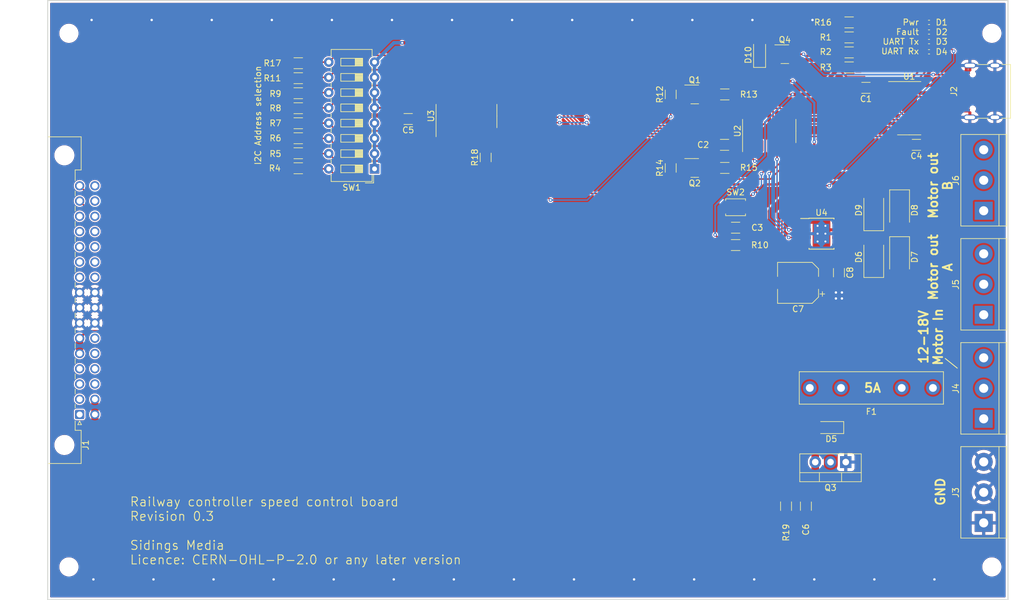
<source format=kicad_pcb>
(kicad_pcb (version 20211014) (generator pcbnew)
  (title_block (title "Speed Control Node") (date "2022-12-20") (rev "0.4") (company "Sidings Media") (comment 1 "Licence: CERN-OHL-P-2.0 or any later version"))
  (layers (0 "F.Cu" signal) (31 "B.Cu" signal) (34 "B.Paste" user) (35 "F.Paste" user) (36 "B.SilkS" user "B.Silkscreen") (37 "F.SilkS" user "F.Silkscreen") (38 "B.Mask" user) (39 "F.Mask" user) (44 "Edge.Cuts" user))
  (net 0 "")
  (net 1 "Net-(MK1-Pad1)")
  (net 2 "Net-(MK2-Pad1)")
  (net 3 "Net-(MK3-Pad1)")
  (net 4 "Net-(MK4-Pad1)")
  (net 5 "+5V")
  (net 6 "GND")
  (net 7 "/~{RESET}")
  (net 8 "Net-(C4-Pad1)")
  (net 9 "Net-(C6-Pad1)")
  (net 10 "VM")
  (net 11 "Net-(D1-Pad2)")
  (net 12 "/~{FAULT}")
  (net 13 "Net-(D2-Pad2)")
  (net 14 "/~{LED_UART_Tx}")
  (net 15 "Net-(D3-Pad2)")
  (net 16 "/~{LED_UART_Rx}")
  (net 17 "Net-(D4-Pad2)")
  (net 18 "Net-(D6-Pad2)")
  (net 19 "Net-(D8-Pad2)")
  (net 20 "Net-(D10-Pad2)")
  (net 21 "Net-(F1-Pad1)")
  (net 26 "+3V3")
  (net 32 "Net-(J1-Pada15)")
  (net 33 "Net-(J1-Pada16)")
  (net 44 "VBUS")
  (net 46 "/USB_D+")
  (net 47 "/USB_D-")
  (net 51 "/I2C_SCL")
  (net 52 "/I2C_SDA")
  (net 53 "Net-(R4-Pad1)")
  (net 54 "Net-(R5-Pad1)")
  (net 55 "Net-(R6-Pad1)")
  (net 56 "Net-(R7-Pad1)")
  (net 57 "Net-(R8-Pad1)")
  (net 58 "Net-(R9-Pad1)")
  (net 59 "Net-(R11-Pad1)")
  (net 60 "Net-(R17-Pad1)")
  (net 61 "/I2C Address Selection/~{INPUT_EN}")
  (net 62 "/UART_Tx")
  (net 63 "/UART_Rx")
  (net 68 "/I2C Address Selection/S1")
  (net 69 "/I2C Address Selection/S2")
  (net 70 "/Motor Driver/IN2")
  (net 71 "/I2C Address Selection/S0")
  (net 72 "/I2C Address Selection/OUT")
  (net 74 "/Motor Driver/IN1")
  (footprint "Mounting_Holes:MountingHole_2.7mm" (layer "F.Cu") (at 58.6 139.45)
    (fp_text reference "MK3" hide)
    (fp_text value "Mounting_Hole_PAD" hide)
  )
  (footprint "Mounting_Holes:MountingHole_2.7mm" (layer "F.Cu") (at 58.6 50.55)
    (fp_text reference "MK1" hide)
    (fp_text value "Mounting_Hole_PAD" hide)
  )
  (footprint "Mounting_Holes:MountingHole_2.7mm" (layer "F.Cu") (at 212.24 50.55)
    (fp_text reference "MK2" hide)
    (fp_text value "Mounting_Hole_PAD" hide)
  )
  (footprint "Mounting_Holes:MountingHole_2.7mm" (layer "F.Cu") (at 212.24 139.45)
    (fp_text reference "MK4" hide)
    (fp_text value "Mounting_Hole_PAD" hide)
  )
  (footprint "Fuse:Fuseholder_Littelfuse_445_030_series_5x20mm" (layer "F.Cu") (at 202.43 109.63 180)
    (fp_text reference "F1")
    (fp_text value "5A")
  )
  (footprint "Resistor_SMD:R_1206_3216Metric_Pad1.30x1.75mm_HandSolder" (layer "F.Cu") (at 188.48 51.23)
    (fp_text reference "R1")
    (fp_text value "330R")
  )
  (footprint "Resistor_SMD:R_1206_3216Metric_Pad1.30x1.75mm_HandSolder" (layer "F.Cu") (at 96.78 63.03 180)
    (fp_text reference "R8")
    (fp_text value "1K")
  )
  (footprint "Package_TO_SOT_THT:TO-220-3_Vertical" (layer "F.Cu") (at 187.92 121.985 180)
    (fp_text reference "Q3")
    (fp_text value "BT138-800")
  )
  (footprint "Package_SO:SOIC-14_3.9x8.7mm_P1.27mm" (layer "F.Cu") (at 198.48 63.03)
    (fp_text reference "U1")
    (fp_text value "MCP2221AxSL")
  )
  (footprint "Capacitor_SMD:C_1206_3216Metric_Pad1.33x1.80mm_HandSolder" (layer "F.Cu") (at 199.68 69.13 180)
    (fp_text reference "C4")
    (fp_text value "1uF")
  )
  (footprint "TerminalBlock:TerminalBlock_bornier-3_P5.08mm" (layer "F.Cu") (at 210.88 114.7775 90)
    (fp_text reference "J4")
    (fp_text value "Screw_Terminal_01x03")
  )
  (footprint "Capacitor_SMD:C_1206_3216Metric_Pad1.33x1.80mm_HandSolder" (layer "F.Cu") (at 115.08 64.83 180)
    (fp_text reference "C5")
    (fp_text value "0.1uF")
  )
  (footprint "Resistor_SMD:R_1206_3216Metric_Pad1.30x1.75mm_HandSolder" (layer "F.Cu") (at 188.48 53.73)
    (fp_text reference "R2")
    (fp_text value "330R")
  )
  (footprint "Diode_SMD:D_SOD-123F" (layer "F.Cu") (at 185.38 116.23 180)
    (fp_text reference "D5")
    (fp_text value "18V")
  )
  (footprint "Connector_DIN:DIN41612_B2_2x16_Male_Horizontal_THT" (layer "F.Cu") (at 60.385 114.055 90)
    (fp_text reference "J1")
    (fp_text value "DIN41612_02x16_AB")
  )
  (footprint "Capacitor_SMD:C_1206_3216Metric_Pad1.33x1.80mm_HandSolder" (layer "F.Cu") (at 167.7425 69.13 180)
    (fp_text reference "C2")
    (fp_text value "0.1uF")
  )
  (footprint "Resistor_SMD:R_1206_3216Metric_Pad1.30x1.75mm_HandSolder" (layer "F.Cu") (at 96.78 70.53 180)
    (fp_text reference "R5")
    (fp_text value "1K")
  )
  (footprint "TerminalBlock:TerminalBlock_bornier-3_P5.08mm" (layer "F.Cu") (at 210.88 97.445 90)
    (fp_text reference "J5")
    (fp_text value "Screw_Terminal_01x03")
  )
  (footprint "Capacitor_SMD:C_0402_1005Metric_Pad0.74x0.62mm_HandSolder" (layer "F.Cu") (at 201.78 51.93 180)
    (fp_text reference "D3")
    (fp_text value "LED")
  )
  (footprint "Capacitor_SMD:C_1206_3216Metric_Pad1.33x1.80mm_HandSolder" (layer "F.Cu") (at 181.28 129.33 -90)
    (fp_text reference "C6")
    (fp_text value "47n")
  )
  (footprint "Package_SO:SOIC-14_3.9x8.7mm_P1.27mm" (layer "F.Cu") (at 175.18 66.83 90)
    (fp_text reference "U2")
    (fp_text value "ATtiny84A-P")
  )
  (footprint "Diode_SMD:D_SMA" (layer "F.Cu") (at 192.58 80.03 90)
    (fp_text reference "D9")
    (fp_text value "US1M")
  )
  (footprint "Capacitor_SMD:C_0402_1005Metric_Pad0.74x0.62mm_HandSolder" (layer "F.Cu") (at 201.78 48.73 180)
    (fp_text reference "D1")
    (fp_text value "LED")
  )
  (footprint "Resistor_SMD:R_1206_3216Metric_Pad1.30x1.75mm_HandSolder" (layer "F.Cu") (at 96.78 60.53 180)
    (fp_text reference "R9")
    (fp_text value "1K")
  )
  (footprint "Diode_SMD:D_SMA" (layer "F.Cu") (at 196.88 80.03 -90)
    (fp_text reference "D8")
    (fp_text value "US1M")
  )
  (footprint "Package_TO_SOT_SMD:SOT-23" (layer "F.Cu") (at 162.78 72.98)
    (fp_text reference "Q2")
    (fp_text value "BSS138")
  )
  (footprint "Resistor_SMD:R_1206_3216Metric_Pad1.30x1.75mm_HandSolder" (layer "F.Cu") (at 188.48 48.73)
    (fp_text reference "R16")
    (fp_text value "330R")
  )
  (footprint "Resistor_SMD:R_1206_3216Metric_Pad1.30x1.75mm_HandSolder" (layer "F.Cu") (at 96.78 58.03 180)
    (fp_text reference "R11")
    (fp_text value "1K")
  )
  (footprint "Capacitor_SMD:C_0402_1005Metric_Pad0.74x0.62mm_HandSolder" (layer "F.Cu") (at 201.78 53.63 180)
    (fp_text reference "D4")
    (fp_text value "LED")
  )
  (footprint "TerminalBlock:TerminalBlock_bornier-3_P5.08mm" (layer "F.Cu") (at 210.88 80.1125 90)
    (fp_text reference "J6")
    (fp_text value "Screw_Terminal_01x03")
  )
  (footprint "Resistor_SMD:R_1206_3216Metric_Pad1.30x1.75mm_HandSolder" (layer "F.Cu") (at 158.78 72.98 90)
    (fp_text reference "R14")
    (fp_text value "10K")
  )
  (footprint "Package_SO:Texas_HTSOP-8-1EP_3.9x4.9mm_P1.27mm_EP2.95x4.9mm_Mask2.4x3.1mm_ThermalVias" (layer "F.Cu") (at 183.88 83.93)
    (fp_text reference "U4")
    (fp_text value "DRV8872DDA")
  )
  (footprint "Capacitor_SMD:C_0402_1005Metric_Pad0.74x0.62mm_HandSolder" (layer "F.Cu") (at 201.78 50.33 180)
    (fp_text reference "D2")
    (fp_text value "LED")
  )
  (footprint "TerminalBlock:TerminalBlock_bornier-3_P5.08mm" (layer "F.Cu") (at 210.88 132.11 90)
    (fp_text reference "J3")
    (fp_text value "Screw_Terminal_01x03")
  )
  (footprint "Resistor_SMD:R_1206_3216Metric_Pad1.30x1.75mm_HandSolder" (layer "F.Cu") (at 158.78 60.73 90)
    (fp_text reference "R12")
    (fp_text value "10K")
  )
  (footprint "Diode_SMD:D_SMA" (layer "F.Cu") (at 192.58 87.83 90)
    (fp_text reference "D6")
    (fp_text value "US1M")
  )
  (footprint "Capacitor_SMD:C_1206_3216Metric_Pad1.33x1.80mm_HandSolder" (layer "F.Cu") (at 169.58 82.93 180)
    (fp_text reference "C3")
    (fp_text value "0.1uF")
  )
  (footprint "Resistor_SMD:R_1206_3216Metric_Pad1.30x1.75mm_HandSolder" (layer "F.Cu") (at 96.78 68.03 180)
    (fp_text reference "R6")
    (fp_text value "1K")
  )
  (footprint "Button_Switch_THT:SW_DIP_SPSTx08_Slide_6.7x21.88mm_W7.62mm_P2.54mm_LowProfile" (layer "F.Cu") (at 109.48 73.13 180)
    (fp_text reference "SW1")
    (fp_text value "SW_DIP_x08")
  )
  (footprint "Button_Switch_SMD:SW_SPST_B3U-1000P" (layer "F.Cu") (at 169.58 79.53)
    (fp_text reference "SW2")
    (fp_text value "SW_Push")
  )
  (footprint "Resistor_SMD:R_1206_3216Metric_Pad1.30x1.75mm_HandSolder" (layer "F.Cu") (at 167.78 72.98)
    (fp_text reference "R15")
    (fp_text value "10K")
  )
  (footprint "Resistor_SMD:R_1206_3216Metric_Pad1.30x1.75mm_HandSolder" (layer "F.Cu") (at 96.78 55.53 180)
    (fp_text reference "R17")
    (fp_text value "1K")
  )
  (footprint "Resistor_SMD:R_1206_3216Metric_Pad1.30x1.75mm_HandSolder" (layer "F.Cu") (at 96.78 65.53 180)
    (fp_text reference "R7")
    (fp_text value "1K")
  )
  (footprint "Capacitor_SMD:C_1206_3216Metric_Pad1.33x1.80mm_HandSolder" (layer "F.Cu") (at 191.28 59.63 180)
    (fp_text reference "C1")
    (fp_text value "0.1u")
  )
  (footprint "Diode_SMD:D_SMA" (layer "F.Cu") (at 196.88 87.83 -90)
    (fp_text reference "D7")
    (fp_text value "US1M")
  )
  (footprint "Diode_SMD:D_SOD-123F" (layer "F.Cu") (at 173.58 54.03 90)
    (fp_text reference "D10")
    (fp_text value "MBR1020VL")
  )
  (footprint "Package_TO_SOT_SMD:SOT-23" (layer "F.Cu") (at 177.78 54.03)
    (fp_text reference "Q4")
    (fp_text value "DMG2305UX")
  )
  (footprint "Resistor_SMD:R_1206_3216Metric_Pad1.30x1.75mm_HandSolder" (layer "F.Cu") (at 127.98 71.23 90)
    (fp_text reference "R18")
    (fp_text value "1K")
  )
  (footprint "Resistor_SMD:R_1206_3216Metric_Pad1.30x1.75mm_HandSolder" (layer "F.Cu") (at 96.78 73.03 180)
    (fp_text reference "R4")
    (fp_text value "1K")
  )
  (footprint "Resistor_SMD:R_1206_3216Metric_Pad1.30x1.75mm_HandSolder" (layer "F.Cu") (at 188.48 56.23)
    (fp_text reference "R3")
    (fp_text value "330R")
  )
  (footprint "Resistor_SMD:R_1206_3216Metric_Pad1.30x1.75mm_HandSolder" (layer "F.Cu") (at 177.98 129.33 -90)
    (fp_text reference "R19")
    (fp_text value "1K")
  )
  (footprint "Resistor_SMD:R_1206_3216Metric_Pad1.30x1.75mm_HandSolder" (layer "F.Cu") (at 167.78 60.73)
    (fp_text reference "R13")
    (fp_text value "10K")
  )
  (footprint "Connector_USB:USB_C_Receptacle_Palconn_UTC16-G" (layer "F.Cu") (at 210.505 60.23 90)
    (fp_text reference "J2")
    (fp_text value "USB_C_Receptacle_USB2.0")
  )
  (footprint "Package_TO_SOT_SMD:SOT-23" (layer "F.Cu") (at 162.78 60.73)
    (fp_text reference "Q1")
    (fp_text value "BSS138")
  )
  (footprint "Resistor_SMD:R_1206_3216Metric_Pad1.30x1.75mm_HandSolder" (layer "F.Cu") (at 169.58 85.83)
    (fp_text reference "R10")
    (fp_text value "4.7K")
  )
  (footprint "Capacitor_SMD:C_1206_3216Metric_Pad1.33x1.80mm_HandSolder" (layer "F.Cu") (at 186.78 90.43 -90)
    (fp_text reference "C8")
    (fp_text value "0.1uF")
  )
  (footprint "Package_SO:SOIC-16_3.9x9.9mm_P1.27mm" (layer "F.Cu") (at 124.78 64.33 90)
    (fp_text reference "U3")
    (fp_text value "74151")
  )
  (footprint "Capacitor_SMD:CP_Elec_6.3x5.7" (layer "F.Cu") (at 179.98 92.13 180)
    (fp_text reference "C7")
    (fp_text value "47u")
  )
  (gr_line (start 204.48 104.73) (end 206.48 106.33) (layer "F.SilkS") (width 0.15))
  (gr_line locked (start 214.925 45.075) (end 55.075 45.075) (layer "Edge.Cuts") (width 0.15))
  (gr_line locked (start 214.925 144.925) (end 214.925 45.075) (layer "Edge.Cuts") (width 0.15))
  (gr_line locked (start 55.075 144.925) (end 214.925 144.925) (layer "Edge.Cuts") (width 0.15))
  (gr_line locked (start 55.075 45.075) (end 55.075 144.925) (layer "Edge.Cuts") (width 0.15))
  (gr_text "Railway controller speed control board\nRevision 0.3\n\nSidings Media\nLicence: CERN-OHL-P-2.0 or any later version" (at 68.68 133.43) (layer "F.SilkS") (effects (font (size 1.5 1.5)) (justify left)))
  (gr_text "Motor out\nB" (at 203.68 75.93 90) (layer "F.SilkS") (effects (font (size 1.5 1.5) (thickness 0.3))))
  (gr_text "Motor out\nA" (at 203.68 89.53 90) (layer "F.SilkS") (effects (font (size 1.5 1.5) (thickness 0.3))))
  (gr_text "GND" (at 203.68 126.93 90) (layer "F.SilkS") (effects (font (size 1.5 1.5) (thickness 0.3))))
  (gr_text "5A" (at 192.38 109.63) (layer "F.SilkS") (effects (font (size 1.5 1.5) (thickness 0.3))))
  (gr_text "12-18V\nMotor In" (at 202.08 101.13 90) (layer "F.SilkS") (effects (font (size 1.5 1.5) (thickness 0.3))))
  (gr_text "I2C Address selection" (at 90.08 64.23 90) (layer "F.SilkS") (effects (font (size 1 1))))
  (gr_text "Pwr\nFault\nUART Tx\nUART Rx" (at 200.18 51.13) (layer "F.SilkS") (effects (font (size 1 1)) (justify right)))
  (segment (start 126.08 56.73) (end 127.38 55.43) (width 0.2) (layer "F.Cu") (net 5))
  (segment (start 186.93 56.68) (end 188.08 57.83) (width 0.3) (layer "F.Cu") (net 5))
  (segment (start 182.43 60.73) (end 179.08 60.73) (width 0.6) (layer "F.Cu") (net 5))
  (segment (start 125.965698 62.915698) (end 126.08 62.801396) (width 0.2) (layer "F.Cu") (net 5))
  (segment (start 179.08 60.73) (end 182.43 60.73) (width 0.3) (layer "F.Cu") (net 5))
  (segment (start 176.8425 54.98) (end 185.68 54.98) (width 0.6) (layer "F.Cu") (net 5))
  (segment (start 171.195 69.13) (end 171.37 69.305) (width 0.3) (layer "F.Cu") (net 5))
  (segment (start 169.33 71.345) (end 171.37 69.305) (width 0.3) (layer "F.Cu") (net 5))
  (segment (start 176.3925 55.43) (end 176.8425 54.98) (width 0.6) (layer "F.Cu") (net 5))
  (segment (start 185.68 54.98) (end 186.93 56.23) (width 0.6) (layer "F.Cu") (net 5))
  (segment (start 172.78 71.83) (end 171.37 70.42) (width 0.3) (layer "F.Cu") (net 5))
  (segment (start 186.93 48.73) (end 186.93 56.23) (width 0.3) (layer "F.Cu") (net 5))
  (segment (start 191.0425 57.83) (end 192.8425 59.63) (width 0.3) (layer "F.Cu") (net 5))
  (segment (start 125.351396 63.53) (end 125.965698 62.915698) (width 0.2) (layer "F.Cu") (net 5))
  (segment (start 109.48 62.97) (end 119.22 62.97) (width 0.3) (layer "F.Cu") (net 5))
  (segment (start 126.08 62.801396) (end 126.08 56.73) (width 0.2) (layer "F.Cu") (net 5))
  (segment (start 124.815 69.615) (end 124.815 64.066396) (width 0.2) (layer "F.Cu") (net 5))
  (segment (start 168.03 85.83) (end 167.88 85.83) (width 0.3) (layer "F.Cu") (net 5))
  (segment (start 127.38 55.43) (end 123.08 55.43) (width 0.6) (layer "F.Cu") (net 5))
  (segment (start 117.36 64.83) (end 120.335 61.855) (width 0.3) (layer "F.Cu") (net 5))
  (segment (start 186.93 56.23) (end 182.43 60.73) (width 0.6) (layer "F.Cu") (net 5))
  (segment (start 120.335 61.855) (end 120.335 62.196396) (width 0.2) (layer "F.Cu") (net 5))
  (segment (start 186.93 56.23) (end 186.93 56.68) (width 0.3) (layer "F.Cu") (net 5))
  (segment (start 173.58 55.43) (end 176.3925 55.43) (width 0.6) (layer "F.Cu") (net 5))
  (segment (start 121.668604 63.53) (end 125.351396 63.53) (width 0.2) (layer "F.Cu") (net 5))
  (segment (start 167.88 85.83) (end 166.18 84.13) (width 0.3) (layer "F.Cu") (net 5))
  (segment (start 127.98 72.78) (end 124.815 69.615) (width 0.2) (layer "F.Cu") (net 5))
  (segment (start 120.335 62.196396) (end 121.668604 63.53) (width 0.2) (layer "F.Cu") (net 5))
  (segment (start 120.115 61.478249) (end 120.115 61.855) (width 0.25) (layer "F.Cu") (net 5))
  (segment (start 116.6425 64.83) (end 117.36 64.83) (width 0.3) (layer "F.Cu") (net 5))
  (segment (start 119.78 52.13) (end 114.08 52.13) (width 0.6) (layer "F.Cu") (net 5))
  (segment (start 193.2525 59.22) (end 192.8425 59.63) (width 0.3) (layer "F.Cu") (net 5))
  (segment (start 119.22 62.97) (end 120.335 61.855) (width 0.3) (layer "F.Cu") (net 5))
  (segment (start 124.815 64.066396) (end 125.965698 62.915698) (width 0.2) (layer "F.Cu") (net 5))
  (segment (start 171.37 70.42) (end 171.37 69.305) (width 0.3) (layer "F.Cu") (net 5))
  (segment (start 196.005 59.22) (end 193.2525 59.22) (width 0.3) (layer "F.Cu") (net 5))
  (segment (start 173.58 55.43) (end 127.38 55.43) (width 0.6) (layer "F.Cu") (net 5))
  (segment (start 169.33 72.98) (end 169.33 71.345) (width 0.3) (layer "F.Cu") (net 5))
  (segment (start 188.08 57.83) (end 191.0425 57.83) (width 0.3) (layer "F.Cu") (net 5))
  (segment (start 123.08 55.43) (end 119.78 52.13) (width 0.6) (layer "F.Cu") (net 5))
  (segment (start 169.33 60.73) (end 179.08 60.73) (width 0.3) (layer "F.Cu") (net 5))
  (segment (start 169.305 69.13) (end 171.195 69.13) (width 0.3) (layer "F.Cu") (net 5))
  (via (at 166.18 84.13) (size 0.6) (drill 0.3) (layers "F.Cu" "B.Cu") (net 5))
  (via (at 114.08 52.13) (size 0.6) (drill 0.3) (layers "F.Cu" "B.Cu") (net 5))
  (via (at 172.78 71.83) (size 0.6) (drill 0.3) (layers "F.Cu" "B.Cu") (net 5))
  (via (at 179.08 60.73) (size 0.6) (drill 0.3) (layers "F.Cu" "B.Cu") (net 5))
  (segment (start 173.58 71.83) (end 166.18 79.23) (width 0.3) (layer "B.Cu") (net 5))
  (segment (start 109.48 68.05) (end 109.48 70.59) (width 0.6) (layer "B.Cu") (net 5))
  (segment (start 114.08 52.13) (end 112.7 52.13) (width 0.6) (layer "B.Cu") (net 5))
  (segment (start 112.7 52.13) (end 109.48 55.35) (width 0.6) (layer "B.Cu") (net 5))
  (segment (start 173.58 71.83) (end 172.78 71.83) (width 0.3) (layer "B.Cu") (net 5))
  (segment (start 109.48 55.35) (end 109.48 57.89) (width 0.6) (layer "B.Cu") (net 5))
  (segment (start 109.48 57.89) (end 109.48 60.43) (width 0.6) (layer "B.Cu") (net 5))
  (segment (start 179.08 60.73) (end 174.48 65.33) (width 0.3) (layer "B.Cu") (net 5))
  (segment (start 174.48 70.93) (end 173.58 71.83) (width 0.3) (layer "B.Cu") (net 5))
  (segment (start 109.48 65.51) (end 109.48 68.05) (width 0.6) (layer "B.Cu") (net 5))
  (segment (start 109.48 70.59) (end 109.48 73.13) (width 0.6) (layer "B.Cu") (net 5))
  (segment (start 174.48 65.33) (end 174.48 70.93) (width 0.3) (layer "B.Cu") (net 5))
  (segment (start 109.48 62.97) (end 109.48 65.51) (width 0.6) (layer "B.Cu") (net 5))
  (segment (start 109.48 60.43) (end 109.48 62.97) (width 0.6) (layer "B.Cu") (net 5))
  (segment (start 166.18 79.23) (end 166.18 84.13) (width 0.3) (layer "B.Cu") (net 5))
  (via (at 122.68 141.53) (size 0.8) (drill 0.4) (layers "F.Cu" "B.Cu") (net 6))
  (via (at 186.28 94.73) (size 0.8) (drill 0.4) (layers "F.Cu" "B.Cu") (net 6))
  (via (at 172.68 141.53) (size 0.8) (drill 0.4) (layers "F.Cu" "B.Cu") (net 6))
  (via (at 122.38 48.33) (size 0.8) (drill 0.4) (layers "F.Cu" "B.Cu") (net 6))
  (via (at 152.38 48.33) (size 0.8) (drill 0.4) (layers "F.Cu" "B.Cu") (net 6))
  (via (at 162.38 48.33) (size 0.8) (drill 0.4) (layers "F.Cu" "B.Cu") (net 6))
  (via (at 186.28 93.73) (size 0.8) (drill 0.4) (layers "F.Cu" "B.Cu") (net 6))
  (via (at 187.28 94.73) (size 0.8) (drill 0.4) (layers "F.Cu" "B.Cu") (net 6))
  (via (at 182.68 141.53) (size 0.8) (drill 0.4) (layers "F.Cu" "B.Cu") (net 6))
  (via (at 172.38 48.33) (size 0.8) (drill 0.4) (layers "F.Cu" "B.Cu") (net 6))
  (via (at 202.68 141.53) (size 0.8) (drill 0.4) (layers "F.Cu" "B.Cu") (net 6))
  (via (at 82.68 141.53) (size 0.8) (drill 0.4) (layers "F.Cu" "B.Cu") (net 6))
  (via (at 142.38 48.33) (size 0.8) (drill 0.4) (layers "F.Cu" "B.Cu") (net 6))
  (via (at 142.68 141.53) (size 0.8) (drill 0.4) (layers "F.Cu" "B.Cu") (net 6))
  (via (at 182.38 48.33) (size 0.8) (drill 0.4) (layers "F.Cu" "B.Cu") (net 6))
  (via (at 187.28 93.73) (size 0.8) (drill 0.4) (layers "F.Cu" "B.Cu") (net 6))
  (via (at 92.38 48.33) (size 0.8) (drill 0.4) (layers "F.Cu" "B.Cu") (net 6))
  (via (at 102.38 48.33) (size 0.8) (drill 0.4) (layers "F.Cu" "B.Cu") (net 6))
  (via (at 62.68 141.53) (size 0.8) (drill 0.4) (layers "F.Cu" "B.Cu") (net 6))
  (via (at 82.38 48.33) (size 0.8) (drill 0.4) (layers "F.Cu" "B.Cu") (net 6))
  (via (at 112.68 141.53) (size 0.8) (drill 0.4) (layers "F.Cu" "B.Cu") (net 6))
  (via (at 132.68 141.53) (size 0.8) (drill 0.4) (layers "F.Cu" "B.Cu") (net 6))
  (via (at 92.68 141.53) (size 0.8) (drill 0.4) (layers "F.Cu" "B.Cu") (net 6))
  (via (at 62.38 48.33) (size 0.8) (drill 0.4) (layers "F.Cu" "B.Cu") (net 6))
  (via (at 112.38 48.33) (size 0.8) (drill 0.4) (layers "F.Cu" "B.Cu") (net 6))
  (via (at 152.68 141.53) (size 0.8) (drill 0.4) (layers "F.Cu" "B.Cu") (net 6))
  (via (at 72.38 48.33) (size 0.8) (drill 0.4) (layers "F.Cu" "B.Cu") (net 6))
  (via (at 132.38 48.33) (size 0.8) (drill 0.4) (layers "F.Cu" "B.Cu") (net 6))
  (via (at 162.68 141.53) (size 0.8) (drill 0.4) (layers "F.Cu" "B.Cu") (net 6))
  (via (at 102.68 141.53) (size 0.8) (drill 0.4) (layers "F.Cu" "B.Cu") (net 6))
  (via (at 72.68 141.53) (size 0.8) (drill 0.4) (layers "F.Cu" "B.Cu") (net 6))
  (via (at 192.68 141.53) (size 0.8) (drill 0.4) (layers "F.Cu" "B.Cu") (net 6))
  (segment (start 171.28 82.7925) (end 171.1425 82.93) (width 0.25) (layer "F.Cu") (net 7))
  (segment (start 196.005 63.03) (end 196.381751 63.03) (width 0.25) (layer "F.Cu") (net 7))
  (segment (start 171.1425 82.93) (end 171.1425 85.8175) (width 0.25) (layer "F.Cu") (net 7))
  (segment (start 175.18 72.63) (end 175.18 69.305) (width 0.25) (layer "F.Cu") (net 7))
  (segment (start 197.78 64.428249) (end 197.78 66.83) (width 0.25) (layer "F.Cu") (net 7))
  (segment (start 173.88 73.93) (end 175.18 72.63) (width 0.25) (layer "F.Cu") (net 7))
  (segment (start 175.78 67.73) (end 175.18 68.33) (width 0.25) (layer "F.Cu") (net 7))
  (segment (start 172.38 77.33) (end 171.28 78.43) (width 0.25) (layer "F.Cu") (net 7))
  (segment (start 197.78 66.83) (end 196.88 67.73) (width 0.25) (layer "F.Cu") (net 7))
  (segment (start 171.28 79.53) (end 171.28 82.7925) (width 0.25) (layer "F.Cu") (net 7))
  (segment (start 171.28 78.43) (end 171.28 79.53) (width 0.25) (layer "F.Cu") (net 7))
  (segment (start 196.88 67.73) (end 175.78 67.73) (width 0.25) (layer "F.Cu") (net 7))
  (segment (start 172.48 77.33) (end 172.38 77.33) (width 0.25) (layer "F.Cu") (net 7))
  (segment (start 175.18 68.33) (end 175.18 69.305) (width 0.25) (layer "F.Cu") (net 7))
  (segment (start 196.381751 63.03) (end 197.78 64.428249) (width 0.25) (layer "F.Cu") (net 7))
  (segment (start 171.1425 85.8175) (end 171.13 85.83) (width 0.25) (layer "F.Cu") (net 7))
  (via (at 172.48 77.33) (size 0.6) (drill 0.3) (layers "F.Cu" "B.Cu") (net 7))
  (via (at 173.88 73.93) (size 0.6) (drill 0.3) (layers "F.Cu" "B.Cu") (net 7))
  (segment (start 173.88 75.93) (end 172.48 77.33) (width 0.25) (layer "B.Cu") (net 7))
  (segment (start 173.88 73.93) (end 173.88 75.93) (width 0.25) (layer "B.Cu") (net 7))
  (segment (start 201.443474 63.03) (end 202.334 63.920526) (width 0.3) (layer "F.Cu") (net 8))
  (segment (start 202.334 68.0385) (end 201.2425 69.13) (width 0.3) (layer "F.Cu") (net 8))
  (segment (start 200.955 63.03) (end 201.443474 63.03) (width 0.3) (layer "F.Cu") (net 8))
  (segment (start 202.334 63.920526) (end 202.334 68.0385) (width 0.3) (layer "F.Cu") (net 8))
  (segment (start 182.84 126.2075) (end 181.28 127.7675) (width 1.27) (layer "F.Cu") (net 9))
  (segment (start 182.84 119.27) (end 182.84 121.985) (width 1.27) (layer "F.Cu") (net 9))
  (segment (start 183.98 118.13) (end 182.84 119.27) (width 1.27) (layer "F.Cu") (net 9))
  (segment (start 177.9925 127.7675) (end 177.98 127.78) (width 1.27) (layer "F.Cu") (net 9))
  (segment (start 182.84 121.985) (end 182.84 126.2075) (width 1.27) (layer "F.Cu") (net 9))
  (segment (start 181.28 127.7675) (end 177.9925 127.7675) (width 1.27) (layer "F.Cu") (net 9))
  (segment (start 183.98 116.23) (end 183.98 118.13) (width 1.27) (layer "F.Cu") (net 9))
  (segment (start 181.58 74.23) (end 193.08 74.23) (width 1.27) (layer "F.Cu") (net 10))
  (segment (start 175.58 86.562736) (end 175.58 80.23) (width 1.27) (layer "F.Cu") (net 10))
  (segment (start 182.68 92.13) (end 181.147264 92.13) (width 1.27) (layer "F.Cu") (net 10))
  (segment (start 181.147264 92.13) (end 175.58 86.562736) (width 1.27) (layer "F.Cu") (net 10))
  (segment (start 182.68 92.13) (end 183.5175 92.13) (width 1.27) (layer "F.Cu") (net 10))
  (segment (start 175.58 80.23) (end 181.58 74.23) (width 1.27) (layer "F.Cu") (net 10))
  (segment (start 193.08 74.23) (end 196.88 78.03) (width 1.27) (layer "F.Cu") (net 10))
  (segment (start 189.98 48.73) (end 201.2125 48.73) (width 0.25) (layer "F.Cu") (net 11))
  (segment (start 202.68 50.33) (end 202.3475 50.33) (width 0.25) (layer "F.Cu") (net 12))
  (segment (start 178.085 85.835) (end 177.28 85.03) (width 0.25) (layer "F.Cu") (net 12))
  (segment (start 183.18 75.93) (end 185.18 75.93) (width 0.25) (layer "F.Cu") (net 12))
  (segment (start 205.88 53.53) (end 202.68 50.33) (width 0.25) (layer "F.Cu") (net 12))
  (segment (start 177.28 85.03) (end 177.28 81.83) (width 0.25) (layer "F.Cu") (net 12))
  (segment (start 177.28 81.83) (end 183.18 75.93) (width 0.25) (layer "F.Cu") (net 12))
  (segment (start 181.005 85.835) (end 178.085 85.835) (width 0.25) (layer "F.Cu") (net 12))
  (via (at 205.88 53.53) (size 0.6) (drill 0.3) (layers "F.Cu" "B.Cu") (net 12))
  (via (at 185.18 75.93) (size 0.6) (drill 0.3) (layers "F.Cu" "B.Cu") (net 12))
  (segment (start 185.18 75.93) (end 205.88 55.23) (width 0.25) (layer "B.Cu") (net 12))
  (segment (start 205.88 55.23) (end 205.88 53.53) (width 0.25) (layer "B.Cu") (net 12))
  (segment (start 190.03 51.23) (end 200.3125 51.23) (width 0.25) (layer "F.Cu") (net 13))
  (segment (start 200.3125 51.23) (end 201.2125 50.33) (width 0.25) (layer "F.Cu") (net 13))
  (segment (start 196.381751 61.76) (end 203.04 55.101751) (width 0.25) (layer "F.Cu") (net 14))
  (segment (start 196.005 61.76) (end 196.381751 61.76) (width 0.25) (layer "F.Cu") (net 14))
  (segment (start 203.04 55.101751) (end 203.04 52.6225) (width 0.25) (layer "F.Cu") (net 14))
  (segment (start 203.04 52.6225) (end 202.3475 51.93) (width 0.25) (layer "F.Cu") (net 14))
  (segment (start 190.03 53.73) (end 199.4125 53.73) (width 0.25) (layer "F.Cu") (net 15))
  (segment (start 199.4125 53.73) (end 201.2125 51.93) (width 0.25) (layer "F.Cu") (net 15))
  (segment (start 196.458119 60.49) (end 202.3475 54.600619) (width 0.25) (layer "F.Cu") (net 16))
  (segment (start 202.3475 54.600619) (end 202.3475 53.63) (width 0.25) (layer "F.Cu") (net 16))
  (segment (start 196.005 60.49) (end 196.458119 60.49) (width 0.25) (layer "F.Cu") (net 16))
  (segment (start 190.03 56.23) (end 198.6125 56.23) (width 0.25) (layer "F.Cu") (net 17))
  (segment (start 198.6125 56.23) (end 201.2125 53.63) (width 0.25) (layer "F.Cu") (net 17))
  (segment (start 191.315 84.565) (end 186.755 84.565) (width 1) (layer "F.Cu") (net 18))
  (segment (start 192.58 85.83) (end 191.315 84.565) (width 1) (layer "F.Cu") (net 18))
  (segment (start 186.76 82.03) (end 186.755 82.025) (width 1) (layer "F.Cu") (net 19))
  (segment (start 192.58 82.03) (end 186.76 82.03) (width 1) (layer "F.Cu") (net 19))
  (segment (start 62.925 114.055) (end 62.925 115.885) (width 1.2) (layer "F.Cu") (net 20))
  (segment (start 173.58 52.63) (end 176.3925 52.63) (width 1.2) (layer "F.Cu") (net 20))
  (segment (start 62.08 116.73) (end 58.78 116.73) (width 1.2) (layer "F.Cu") (net 20))
  (segment (start 57.98 115.93) (end 57.98 74.63) (width 1.2) (layer "F.Cu") (net 20))
  (segment (start 170.88 50.23) (end 173.28 52.63) (width 1.2) (layer "F.Cu") (net 20))
  (segment (start 62.925 111.515) (end 62.925 114.055) (width 1.2) (layer "F.Cu") (net 20))
  (segment (start 58.78 116.73) (end 57.98 115.93) (width 1.2) (layer "F.Cu") (net 20))
  (segment (start 176.3925 52.63) (end 176.8425 53.08) (width 1.2) (layer "F.Cu") (net 20))
  (segment (start 62.925 115.885) (end 62.08 116.73) (width 1.2) (layer "F.Cu") (net 20))
  (segment (start 57.98 74.63) (end 82.38 50.23) (width 1.2) (layer "F.Cu") (net 20))
  (segment (start 82.38 50.23) (end 170.88 50.23) (width 1.2) (layer "F.Cu") (net 20))
  (segment (start 173.28 52.63) (end 173.58 52.63) (width 1.2) (layer "F.Cu") (net 20))
  (segment (start 165.28 75.73) (end 165.093604 75.73) (width 0.2) (layer "F.Cu") (net 26))
  (segment (start 172.78 75.73) (end 165.28 75.73) (width 0.4) (layer "F.Cu") (net 26))
  (segment (start 182.68 69.63) (end 176.58 75.73) (width 0.4) (layer "F.Cu") (net 26))
  (segment (start 162.53 100.18) (end 173.58 89.13) (width 0.4) (layer "F.Cu") (net 26))
  (segment (start 179.08 58.53) (end 163.0925 58.53) (width 0.4) (layer "F.Cu") (net 26))
  (segment (start 173.58 89.13) (end 173.58 76.53) (width 0.4) (layer "F.Cu") (net 26))
  (segment (start 60.385 101.355) (end 61.56 100.18) (width 0.4) (layer "F.Cu") (net 26))
  (segment (start 165.093604 75.73) (end 161.8425 72.478896) (width 0.2) (layer "F.Cu") (net 26))
  (segment (start 182.68 68.63) (end 182.68 69.63) (width 0.4) (layer "F.Cu") (net 26))
  (segment (start 161.8425 59.78) (end 159.38 59.78) (width 0.3) (layer "F.Cu") (net 26))
  (segment (start 176.58 75.73) (end 174.38 75.73) (width 0.4) (layer "F.Cu") (net 26))
  (segment (start 161.8425 72.478896) (end 161.8425 72.03) (width 0.2) (layer "F.Cu") (net 26))
  (segment (start 60.385 101.355) (end 60.385 103.895) (width 1.2) (layer "F.Cu") (net 26))
  (segment (start 159.38 72.03) (end 158.78 71.43) (width 0.3) (layer "F.Cu") (net 26))
  (segment (start 163.0925 58.53) (end 161.8425 59.78) (width 0.4) (layer "F.Cu") (net 26))
  (segment (start 161.8425 72.03) (end 159.38 72.03) (width 0.3) (layer "F.Cu") (net 26))
  (segment (start 173.58 76.53) (end 172.78 75.73) (width 0.4) (layer "F.Cu") (net 26))
  (segment (start 159.38 59.78) (end 158.78 59.18) (width 0.3) (layer "F.Cu") (net 26))
  (segment (start 61.56 100.18) (end 162.53 100.18) (width 0.4) (layer "F.Cu") (net 26))
  (segment (start 174.38 75.73) (end 173.58 76.53) (width 0.4) (layer "F.Cu") (net 26))
  (via (at 182.68 68.63) (size 0.6) (drill 0.3) (layers "F.Cu" "B.Cu") (net 26))
  (via (at 179.08 58.53) (size 0.6) (drill 0.3) (layers "F.Cu" "B.Cu") (net 26))
  (segment (start 182.68 62.13) (end 179.08 58.53) (width 0.4) (layer "B.Cu") (net 26))
  (segment (start 182.68 68.63) (end 182.68 62.13) (width 0.4) (layer "B.Cu") (net 26))
  (segment (start 65.78 79.73) (end 67.83 77.68) (width 0.25) (layer "F.Cu") (net 32))
  (segment (start 159.38 61.68) (end 158.78 62.28) (width 0.25) (layer "F.Cu") (net 32))
  (segment (start 138.13 77.68) (end 138.78 78.33) (width 0.25) (layer "F.Cu") (net 32))
  (segment (start 67.83 77.68) (end 138.13 77.68) (width 0.25) (layer "F.Cu") (net 32))
  (segment (start 61.62 79.73) (end 65.78 79.73) (width 0.25) (layer "F.Cu") (net 32))
  (segment (start 60.385 78.495) (end 61.62 79.73) (width 0.25) (layer "F.Cu") (net 32))
  (segment (start 158.78 64.43) (end 158.78 62.28) (width 0.25) (layer "F.Cu") (net 32))
  (segment (start 161.8425 61.68) (end 159.38 61.68) (width 0.25) (layer "F.Cu") (net 32))
  (via (at 158.78 64.43) (size 0.6) (drill 0.3) (layers "F.Cu" "B.Cu") (net 32))
  (via (at 138.78 78.33) (size 0.6) (drill 0.3) (layers "F.Cu" "B.Cu") (net 32))
  (segment (start 144.88 78.33) (end 158.78 64.43) (width 0.25) (layer "B.Cu") (net 32))
  (segment (start 138.78 78.33) (end 144.88 78.33) (width 0.25) (layer "B.Cu") (net 32))
  (segment (start 159.38 73.93) (end 158.78 74.53) (width 0.25) (layer "F.Cu") (net 33))
  (segment (start 60.385 75.955) (end 61.66 77.23) (width 0.25) (layer "F.Cu") (net 33))
  (segment (start 156.08 77.23) (end 158.78 74.53) (width 0.25) (layer "F.Cu") (net 33))
  (segment (start 61.66 77.23) (end 156.08 77.23) (width 0.25) (layer "F.Cu") (net 33))
  (segment (start 161.8425 73.93) (end 159.38 73.93) (width 0.25) (layer "F.Cu") (net 33))
  (segment (start 209.28 61.93) (end 208.58 62.63) (width 0.2) (layer "F.Cu") (net 44))
  (segment (start 208.58 62.63) (end 207.995 62.63) (width 0.2) (layer "F.Cu") (net 44))
  (segment (start 208.875 58.03) (end 209.28 58.435) (width 0.2) (layer "F.Cu") (net 44))
  (segment (start 207.995 57.83) (end 207.115 57.83) (width 0.3) (layer "F.Cu") (net 44))
  (segment (start 207.995 57.83) (end 208.195 58.03) (width 0.2) (layer "F.Cu") (net 44))
  (segment (start 209.28 58.435) (end 209.28 61.93) (width 0.2) (layer "F.Cu") (net 44))
  (segment (start 180.88 54.03) (end 178.7175 54.03) (width 0.3) (layer "F.Cu") (net 44))
  (segment (start 208.195 58.03) (end 208.875 58.03) (width 0.2) (layer "F.Cu") (net 44))
  (segment (start 207.115 57.83) (end 206.715 57.43) (width 0.3) (layer "F.Cu") (net 44))
  (segment (start 206.715 57.43) (end 202.48 57.43) (width 0.3) (layer "F.Cu") (net 44))
  (via (at 180.88 54.03) (size 0.6) (drill 0.3) (layers "F.Cu" "B.Cu") (net 44))
  (via (at 202.48 57.43) (size 0.6) (drill 0.3) (layers "F.Cu" "B.Cu") (net 44))
  (segment (start 202.48 57.43) (end 184.28 57.43) (width 0.3) (layer "B.Cu") (net 44))
  (segment (start 184.28 57.43) (end 180.88 54.03) (width 0.3) (layer "B.Cu") (net 44))
  (segment (start 207.165 60.48) (end 207.995 60.48) (width 0.2) (layer "F.Cu") (net 46))
  (segment (start 206.815 60.13) (end 207.165 60.48) (width 0.2) (layer "F.Cu") (net 46))
  (segment (start 205.279672 60.7) (end 201.165 60.7) (width 0.6) (layer "F.Cu") (net 46))
  (segment (start 201.165 60.7) (end 200.955 60.49) (width 0.6) (layer "F.Cu") (net 46))
  (segment (start 205.849672 60.13) (end 205.279672 60.7) (width 0.6) (layer "F.Cu") (net 46))
  (segment (start 206.68 60.13) (end 206.815 60.13) (width 0.2) (layer "F.Cu") (net 46))
  (segment (start 206.68 60.13) (end 205.849672 60.13) (width 0.6) (layer "F.Cu") (net 46))
  (segment (start 207.33 59.48) (end 207.995 59.48) (width 0.2) (layer "F.Cu") (net 46))
  (segment (start 206.68 60.13) (end 207.33 59.48) (width 0.2) (layer "F.Cu") (net 46))
  (segment (start 208.825 60.98) (end 208.875 60.93) (width 0.2) (layer "F.Cu") (net 47))
  (segment (start 205.561042 61.55) (end 206.180521 60.930521) (width 0.6) (layer "F.Cu") (net 47))
  (segment (start 208.73 59.98) (end 207.995 59.98) (width 0.2) (layer "F.Cu") (net 47))
  (segment (start 208.875 60.125) (end 208.73 59.98) (width 0.2) (layer "F.Cu") (net 47))
  (segment (start 206.180521 60.930521) (end 206.766993 60.930521) (width 0.6) (layer "F.Cu") (net 47))
  (segment (start 207.995 60.98) (end 208.825 60.98) (width 0.2) (layer "F.Cu") (net 47))
  (segment (start 206.816472 60.98) (end 206.766993 60.930521) (width 0.2) (layer "F.Cu") (net 47))
  (segment (start 200.955 61.76) (end 201.165 61.55) (width 0.6) (layer "F.Cu") (net 47))
  (segment (start 208.875 60.93) (end 208.875 60.125) (width 0.2) (layer "F.Cu") (net 47))
  (segment (start 201.165 61.55) (end 205.561042 61.55) (width 0.6) (layer "F.Cu") (net 47))
  (segment (start 207.995 60.98) (end 206.816472 60.98) (width 0.2) (layer "F.Cu") (net 47))
  (segment (start 177.105 63.055) (end 177.72 63.67) (width 0.25) (layer "F.Cu") (net 51))
  (segment (start 163.7175 60.73) (end 166.23 60.73) (width 0.25) (layer "F.Cu") (net 51))
  (segment (start 168.555 63.055) (end 177.105 63.055) (width 0.25) (layer "F.Cu") (net 51))
  (segment (start 166.23 60.73) (end 168.555 63.055) (width 0.25) (layer "F.Cu") (net 51))
  (segment (start 177.72 63.67) (end 177.72 64.355) (width 0.25) (layer "F.Cu") (net 51))
  (segment (start 168.08 74.83) (end 175.38 74.83) (width 0.25) (layer "F.Cu") (net 52))
  (segment (start 166.23 72.98) (end 168.08 74.83) (width 0.25) (layer "F.Cu") (net 52))
  (segment (start 175.38 74.83) (end 178.99 71.22) (width 0.25) (layer "F.Cu") (net 52))
  (segment (start 178.99 71.22) (end 178.99 69.305) (width 0.25) (layer "F.Cu") (net 52))
  (segment (start 163.7175 72.98) (end 166.23 72.98) (width 0.25) (layer "F.Cu") (net 52))
  (segment (start 124.145 67.465) (end 124.145 66.805) (width 0.25) (layer "F.Cu") (net 53))
  (segment (start 117.355 74.255) (end 124.145 67.465) (width 0.25) (layer "F.Cu") (net 53))
  (segment (start 101.86 73.13) (end 102.985 74.255) (width 0.25) (layer "F.Cu") (net 53))
  (segment (start 98.33 73.03) (end 98.43 73.13) (width 0.25) (layer "F.Cu") (net 53))
  (segment (start 98.43 73.13) (end 101.86 73.13) (width 0.25) (layer "F.Cu") (net 53))
  (segment (start 102.985 74.255) (end 117.355 74.255) (width 0.25) (layer "F.Cu") (net 53))
  (segment (start 98.33 70.53) (end 98.39 70.59) (width 0.25) (layer "F.Cu") (net 54))
  (segment (start 122.875 67.435) (end 122.875 66.805) (width 0.25) (layer "F.Cu") (net 54))
  (segment (start 101.86 70.59) (end 103.1 71.83) (width 0.25) (layer "F.Cu") (net 54))
  (segment (start 98.39 70.59) (end 101.86 70.59) (width 0.25) (layer "F.Cu") (net 54))
  (segment (start 118.48 71.83) (end 122.875 67.435) (width 0.25) (layer "F.Cu") (net 54))
  (segment (start 103.1 71.83) (end 118.48 71.83) (width 0.25) (layer "F.Cu") (net 54))
  (segment (start 98.35 68.05) (end 101.86 68.05) (width 0.25) (layer "F.Cu") (net 55))
  (segment (start 121.605 67.505) (end 121.605 66.805) (width 0.25) (layer "F.Cu") (net 55))
  (segment (start 98.33 68.03) (end 98.35 68.05) (width 0.25) (layer "F.Cu") (net 55))
  (segment (start 119.78 69.33) (end 121.605 67.505) (width 0.25) (layer "F.Cu") (net 55))
  (segment (start 101.86 68.05) (end 103.14 69.33) (width 0.25) (layer "F.Cu") (net 55))
  (segment (start 103.14 69.33) (end 119.78 69.33) (width 0.25) (layer "F.Cu") (net 55))
  (segment (start 98.33 65.53) (end 98.35 65.51) (width 0.25) (layer "F.Cu") (net 56))
  (segment (start 101.86 65.51) (end 103.155 66.805) (width 0.25) (layer "F.Cu") (net 56))
  (segment (start 98.35 65.51) (end 101.86 65.51) (width 0.25) (layer "F.Cu") (net 56))
  (segment (start 103.155 66.805) (end 120.335 66.805) (width 0.25) (layer "F.Cu") (net 56))
  (segment (start 98.33 63.03) (end 98.39 62.97) (width 0.25) (layer "F.Cu") (net 57))
  (segment (start 103.2 61.63) (end 110.48 61.63) (width 0.25) (layer "F.Cu") (net 57))
  (segment (start 98.39 62.97) (end 101.86 62.97) (width 0.25) (layer "F.Cu") (net 57))
  (segment (start 110.48 61.63) (end 111.88 60.23) (width 0.25) (layer "F.Cu") (net 57))
  (segment (start 101.86 62.97) (end 103.2 61.63) (width 0.25) (layer "F.Cu") (net 57))
  (segment (start 111.88 60.23) (end 120.356751 60.23) (width 0.25) (layer "F.Cu") (net 57))
  (segment (start 121.605 61.478249) (end 121.605 61.855) (width 0.25) (layer "F.Cu") (net 57))
  (segment (start 120.356751 60.23) (end 121.605 61.478249) (width 0.25) (layer "F.Cu") (net 57))
  (segment (start 120.626751 59.23) (end 122.875 61.478249) (width 0.25) (layer "F.Cu") (net 58))
  (segment (start 101.86 60.43) (end 103.06 59.23) (width 0.25) (layer "F.Cu") (net 58))
  (segment (start 103.06 59.23) (end 120.626751 59.23) (width 0.25) (layer "F.Cu") (net 58))
  (segment (start 98.33 60.53) (end 98.43 60.43) (width 0.25) (layer "F.Cu") (net 58))
  (segment (start 98.43 60.43) (end 101.86 60.43) (width 0.25) (layer "F.Cu") (net 58))
  (segment (start 122.875 61.478249) (end 122.875 61.855) (width 0.25) (layer "F.Cu") (net 58))
  (segment (start 103.12 56.63) (end 119.296751 56.63) (width 0.25) (layer "F.Cu") (net 59))
  (segment (start 124.145 61.478249) (end 124.145 61.855) (width 0.25) (layer "F.Cu") (net 59))
  (segment (start 98.33 58.03) (end 98.47 57.89) (width 0.25) (layer "F.Cu") (net 59))
  (segment (start 101.86 57.89) (end 103.12 56.63) (width 0.25) (layer "F.Cu") (net 59))
  (segment (start 98.47 57.89) (end 101.86 57.89) (width 0.25) (layer "F.Cu") (net 59))
  (segment (start 119.296751 56.63) (end 124.145 61.478249) (width 0.25) (layer "F.Cu") (net 59))
  (segment (start 98.51 55.35) (end 101.86 55.35) (width 0.25) (layer "F.Cu") (net 60))
  (segment (start 98.33 55.53) (end 98.51 55.35) (width 0.25) (layer "F.Cu") (net 60))
  (segment (start 118.161751 54.225) (end 125.415 61.478249) (width 0.25) (layer "F.Cu") (net 60))
  (segment (start 125.415 61.478249) (end 125.415 61.855) (width 0.25) (layer "F.Cu") (net 60))
  (segment (start 101.86 55.35) (end 102.985 54.225) (width 0.25) (layer "F.Cu") (net 60))
  (segment (start 102.985 54.225) (end 118.161751 54.225) (width 0.25) (layer "F.Cu") (net 60))
  (segment (start 140.28 65.43) (end 128.953249 65.43) (width 0.25) (layer "F.Cu") (net 61))
  (segment (start 127.98 69.68) (end 127.98 66.83) (width 0.25) (layer "F.Cu") (net 61))
  (segment (start 144.78 65.43) (end 145.73 66.38) (width 0.25) (layer "F.Cu") (net 61))
  (segment (start 127.98 66.83) (end 127.955 66.805) (width 0.25) (layer "F.Cu") (net 61))
  (segment (start 127.955 66.428249) (end 127.955 66.805) (width 0.25) (layer "F.Cu") (net 61))
  (segment (start 145.73 66.38) (end 172.634543 66.38) (width 0.25) (layer "F.Cu") (net 61))
  (segment (start 173.91 65.104543) (end 173.91 64.355) (width 0.25) (layer "F.Cu") (net 61))
  (segment (start 172.634543 66.38) (end 173.91 65.104543) (width 0.25) (layer "F.Cu") (net 61))
  (segment (start 128.953249 65.43) (end 127.955 66.428249) (width 0.25) (layer "F.Cu") (net 61))
  (via (at 140.28 65.43) (size 0.6) (drill 0.3) (layers "F.Cu" "B.Cu") (net 61))
  (via (at 144.78 65.43) (size 0.6) (drill 0.3) (layers "F.Cu" "B.Cu") (net 61))
  (segment (start 140.28 65.43) (end 144.78 65.43) (width 0.25) (layer "B.Cu") (net 61))
  (segment (start 179.045 64.3) (end 178.99 64.355) (width 0.25) (layer "F.Cu") (net 62))
  (segment (start 196.005 64.3) (end 179.045 64.3) (width 0.25) (layer "F.Cu") (net 62))
  (segment (start 195.92 65.655) (end 177.373249 65.655) (width 0.25) (layer "F.Cu") (net 63))
  (segment (start 177.373249 65.655) (end 176.45 64.731751) (width 0.25) (layer "F.Cu") (net 63))
  (segment (start 196.005 65.57) (end 195.92 65.655) (width 0.25) (layer "F.Cu") (net 63))
  (segment (start 176.45 64.731751) (end 176.45 64.355) (width 0.25) (layer "F.Cu") (net 63))
  (segment (start 144.443604 67.73) (end 171.441751 67.73) (width 0.25) (layer "F.Cu") (net 68))
  (segment (start 172.64 68.928249) (end 172.64 69.305) (width 0.25) (layer "F.Cu") (net 68))
  (segment (start 127.955 62.231751) (end 129.221447 63.498198) (width 0.25) (layer "F.Cu") (net 68))
  (segment (start 129.221447 63.498198) (end 140.211802 63.498198) (width 0.25) (layer "F.Cu") (net 68))
  (segment (start 127.955 61.855) (end 127.955 62.231751) (width 0.25) (layer "F.Cu") (net 68))
  (segment (start 171.441751 67.73) (end 172.64 68.928249) (width 0.25) (layer "F.Cu") (net 68))
  (segment (start 140.211802 63.498198) (end 144.443604 67.73) (width 0.25) (layer "F.Cu") (net 68))
  (segment (start 172.261751 67.28) (end 173.91 68.928249) (width 0.25) (layer "F.Cu") (net 69))
  (segment (start 144.63 67.28) (end 172.261751 67.28) (width 0.25) (layer "F.Cu") (net 69))
  (segment (start 129.225 61.855) (end 139.205 61.855) (width 0.25) (layer "F.Cu") (net 69))
  (segment (start 139.205 61.855) (end 144.63 67.28) (width 0.25) (layer "F.Cu") (net 69))
  (segment (start 173.91 68.928249) (end 173.91 69.305) (width 0.25) (layer "F.Cu") (net 69))
  (segment (start 176.48 69.335) (end 176.45 69.305) (width 0.25) (layer "F.Cu") (net 70))
  (segment (start 181.005 83.295) (end 178.445 83.295) (width 0.25) (layer "F.Cu") (net 70))
  (segment (start 176.48 71.53) (end 176.48 69.335) (width 0.25) (layer "F.Cu") (net 70))
  (via (at 176.48 71.53) (size 0.6) (drill 0.3) (layers "F.Cu" "B.Cu") (net 70))
  (via (at 178.445 83.295) (size 0.6) (drill 0.3) (layers "F.Cu" "B.Cu") (net 70))
  (segment (start 176.48 71.53) (end 176.48 81.33) (width 0.25) (layer "B.Cu") (net 70))
  (segment (start 176.48 81.33) (end 178.445 83.295) (width 0.25) (layer "B.Cu") (net 70))
  (segment (start 126.685 61.855) (end 126.685 61.478249) (width 0.25) (layer "F.Cu") (net 71))
  (segment (start 138.541396 60.555) (end 144.816396 66.83) (width 0.25) (layer "F.Cu") (net 71))
  (segment (start 126.685 61.478249) (end 127.608249 60.555) (width 0.25) (layer "F.Cu") (net 71))
  (segment (start 173.081751 66.83) (end 175.18 64.731751) (width 0.25) (layer "F.Cu") (net 71))
  (segment (start 172.448147 66.83) (end 173.081751 66.83) (width 0.25) (layer "F.Cu") (net 71))
  (segment (start 144.816396 66.83) (end 172.448147 66.83) (width 0.25) (layer "F.Cu") (net 71))
  (segment (start 127.608249 60.555) (end 138.541396 60.555) (width 0.25) (layer "F.Cu") (net 71))
  (segment (start 175.18 64.731751) (end 175.18 64.355) (width 0.25) (layer "F.Cu") (net 71))
  (segment (start 127.313249 64.53) (end 125.415 66.428249) (width 0.25) (layer "F.Cu") (net 72))
  (segment (start 140.28 64.53) (end 127.313249 64.53) (width 0.25) (layer "F.Cu") (net 72))
  (segment (start 172.64 65.17) (end 172.64 64.355) (width 0.25) (layer "F.Cu") (net 72))
  (segment (start 125.415 66.428249) (end 125.415 66.805) (width 0.25) (layer "F.Cu") (net 72))
  (segment (start 144.78 64.53) (end 146.18 65.93) (width 0.25) (layer "F.Cu") (net 72))
  (segment (start 146.18 65.93) (end 171.88 65.93) (width 0.25) (layer "F.Cu") (net 72))
  (segment (start 171.88 65.93) (end 172.64 65.17) (width 0.25) (layer "F.Cu") (net 72))
  (via (at 140.28 64.53) (size 0.6) (drill 0.3) (layers "F.Cu" "B.Cu") (net 72))
  (via (at 144.78 64.53) (size 0.6) (drill 0.3) (layers "F.Cu" "B.Cu") (net 72))
  (segment (start 140.28 64.53) (end 144.78 64.53) (width 0.25) (layer "B.Cu") (net 72))
  (segment (start 181.005 84.565) (end 178.415 84.565) (width 0.25) (layer "F.Cu") (net 74))
  (segment (start 177.72 71.39) (end 177.72 69.305) (width 0.25) (layer "F.Cu") (net 74))
  (segment (start 175.18 73.93) (end 177.72 71.39) (width 0.25) (layer "F.Cu") (net 74))
  (via (at 178.415 84.565) (size 0.6) (drill 0.3) (layers "F.Cu" "B.Cu") (net 74))
  (via (at 175.18 73.93) (size 0.6) (drill 0.3) (layers "F.Cu" "B.Cu") (net 74))
  (segment (start 175.18 73.93) (end 175.18 81.33) (width 0.25) (layer "B.Cu") (net 74))
  (segment (start 175.18 81.33) (end 178.415 84.565) (width 0.25) (layer "B.Cu") (net 74))
  (zone (net 10) (net_name "VM") (layer "F.Cu") (priority 2) (connect_pads yes (clearance 0)) (min_thickness 0.254) (fill yes (thermal_gap 0.508) (thermal_bridge_width 0.508) (smoothing fillet) (radius 1))
    (polygon (pts (xy 191.68 88.63) (xy 193.48 88.63) (xy 193.48 112.33) (xy 186.58 120.63) (xy 186.58 123.43) (xy 184.28 123.43) (xy 184.28 120.63) (xy 185.38 117.43) (xy 185.38 112.43) (xy 180.18 112.43) (xy 180.48 86.93) (xy 185.68 86.93) (xy 185.68 85.53) (xy 187.88 85.53)))
    (polygon (pts (xy 185.18 95.63) (xy 188.38 95.63) (xy 188.38 91.13) (xy 185.18 91.13)))
  )
  (zone (net 21) (net_name "Net-(F1-Pad1)") (layer "F.Cu") (priority 2) (connect_pads yes (clearance 0)) (min_thickness 0.254) (fill yes (thermal_gap 0.508) (thermal_bridge_width 0.508) (smoothing fillet) (radius 1))
    (polygon (pts (xy 213.38 117.33) (xy 207.08 117.33) (xy 194.38 112.33) (xy 194.38 106.93) (xy 207.08 102.13) (xy 213.38 102.13)))
  )
  (zone (net 18) (net_name "Net-(D6-Pad2)") (layer "F.Cu") (priority 2) (connect_pads yes (clearance 0)) (min_thickness 0.254) (fill yes (thermal_gap 0.508) (thermal_bridge_width 0.508) (smoothing fillet) (radius 1))
    (polygon (pts (xy 213.38 84.73) (xy 213.38 99.93) (xy 207.18 99.93) (xy 198.68 91.33) (xy 198.68 87.03) (xy 191.68 87.03) (xy 191.68 84.63)))
  )
  (zone (net 19) (net_name "Net-(D8-Pad2)") (layer "F.Cu") (priority 2) (connect_pads yes (clearance 0)) (min_thickness 0.254) (fill yes (thermal_gap 0.508) (thermal_bridge_width 0.508) (smoothing fillet) (radius 1))
    (polygon (pts (xy 213.38 83.23) (xy 197.78 83.23) (xy 191.68 83.23) (xy 191.68 80.83) (xy 198.68 80.83) (xy 198.68 76.53) (xy 207.08 67.43) (xy 213.38 67.43)))
  )
  (zone (net 6) (net_name "GND") (layers F&B.Cu) (connect_pads (clearance 0)) (min_thickness 0.254) (fill yes (thermal_gap 0.508) (thermal_bridge_width 0.508) (smoothing fillet) (radius 1))
    (polygon (pts (xy 214.88 144.93) (xy 55.08 144.93) (xy 55.08 45.13) (xy 214.88 45.13)))
  )
)
</source>
